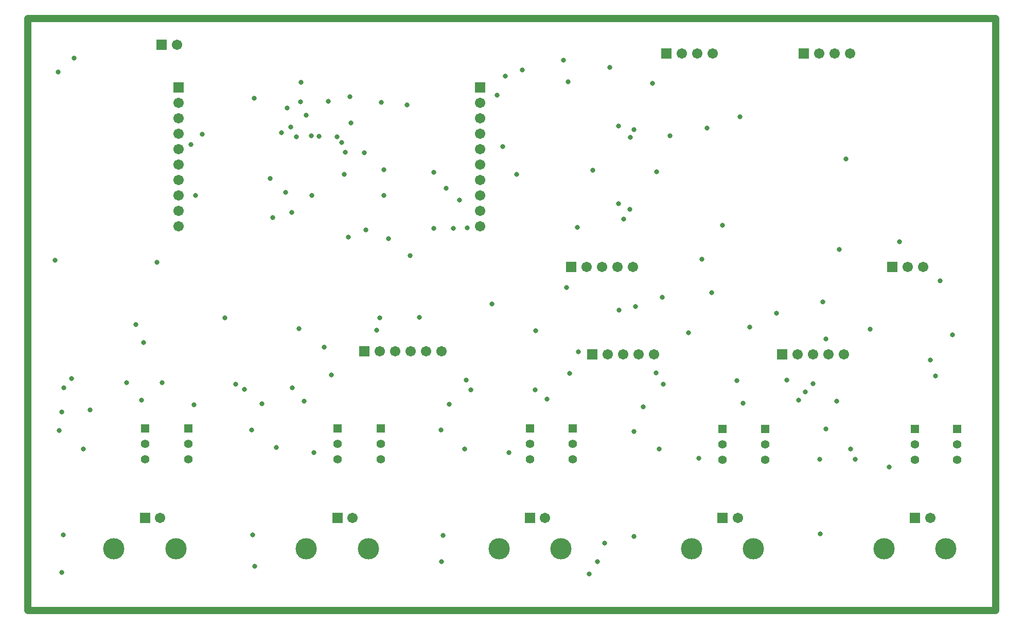
<source format=gbs>
G04 Layer_Color=16711935*
%FSLAX25Y25*%
%MOIN*%
G70*
G01*
G75*
%ADD25C,0.04724*%
%ADD52C,0.06706*%
%ADD53R,0.06706X0.06706*%
%ADD54R,0.06706X0.06706*%
%ADD55C,0.13792*%
%ADD56R,0.05524X0.05524*%
%ADD57C,0.05524*%
%ADD58C,0.03300*%
D25*
X100000Y100000D02*
Y483500D01*
X727000D01*
Y100000D02*
Y483500D01*
X100000Y100000D02*
X727000D01*
D52*
X632500Y461000D02*
D03*
X622500D02*
D03*
X612500D02*
D03*
X680000Y322500D02*
D03*
X670000D02*
D03*
X462000D02*
D03*
X472000D02*
D03*
X482000D02*
D03*
X492000D02*
D03*
X475500Y266000D02*
D03*
X485500D02*
D03*
X495500D02*
D03*
X505500D02*
D03*
X368000Y268000D02*
D03*
X358000D02*
D03*
X348000D02*
D03*
X338000D02*
D03*
X328000D02*
D03*
X598500Y266000D02*
D03*
X608500D02*
D03*
X618500D02*
D03*
X628500D02*
D03*
X523500Y461000D02*
D03*
X533500D02*
D03*
X543500D02*
D03*
X684421Y160079D02*
D03*
X559699D02*
D03*
X434977D02*
D03*
X310255D02*
D03*
X185534D02*
D03*
X393000Y429000D02*
D03*
Y409000D02*
D03*
Y399000D02*
D03*
Y389000D02*
D03*
Y379000D02*
D03*
Y369000D02*
D03*
Y359000D02*
D03*
Y349000D02*
D03*
Y419000D02*
D03*
X197500Y429000D02*
D03*
Y409000D02*
D03*
Y399000D02*
D03*
Y389000D02*
D03*
Y379000D02*
D03*
Y369000D02*
D03*
Y359000D02*
D03*
Y349000D02*
D03*
Y419000D02*
D03*
X196500Y466500D02*
D03*
D53*
X602500Y461000D02*
D03*
X660000Y322500D02*
D03*
X452000D02*
D03*
X465500Y266000D02*
D03*
X318000Y268000D02*
D03*
X588500Y266000D02*
D03*
X513500Y461000D02*
D03*
X186500Y466500D02*
D03*
D54*
X674579Y160079D02*
D03*
X549857D02*
D03*
X425135D02*
D03*
X300413D02*
D03*
X175691D02*
D03*
X393000Y439000D02*
D03*
X197500D02*
D03*
D55*
X694657Y140000D02*
D03*
X654500D02*
D03*
X569936D02*
D03*
X529778D02*
D03*
X445214D02*
D03*
X405056D02*
D03*
X320492D02*
D03*
X280334D02*
D03*
X195770D02*
D03*
X155612D02*
D03*
D56*
X674500Y217500D02*
D03*
X701750D02*
D03*
X550000D02*
D03*
X577500D02*
D03*
X425135Y218000D02*
D03*
X452885D02*
D03*
X300500D02*
D03*
X328500D02*
D03*
X176000D02*
D03*
X203750D02*
D03*
D57*
X674500Y207500D02*
D03*
Y197500D02*
D03*
X701750Y207500D02*
D03*
Y197500D02*
D03*
X550000Y207500D02*
D03*
Y197500D02*
D03*
X577500Y207500D02*
D03*
Y197500D02*
D03*
X425135Y208000D02*
D03*
Y198000D02*
D03*
X452885Y208000D02*
D03*
Y198000D02*
D03*
X300500Y208000D02*
D03*
Y198000D02*
D03*
X328500Y208000D02*
D03*
Y198000D02*
D03*
X176000Y208000D02*
D03*
Y198000D02*
D03*
X203750Y208000D02*
D03*
Y198000D02*
D03*
D58*
X123100Y244100D02*
D03*
X163700Y247500D02*
D03*
X128100Y250300D02*
D03*
X140100Y229800D02*
D03*
X173600Y236300D02*
D03*
X207600Y233200D02*
D03*
X271100Y244100D02*
D03*
X240100Y243400D02*
D03*
X386700Y242900D02*
D03*
X559200Y248900D02*
D03*
X511400Y246600D02*
D03*
X612700Y197800D02*
D03*
X635700D02*
D03*
X264300Y409600D02*
D03*
X276500Y429600D02*
D03*
X267800Y425500D02*
D03*
X276700Y442300D02*
D03*
X280200Y420900D02*
D03*
X561300Y419800D02*
D03*
X428500Y242800D02*
D03*
X383800Y249300D02*
D03*
X591500Y249100D02*
D03*
X599300Y236100D02*
D03*
X563300Y234200D02*
D03*
X498500Y232000D02*
D03*
X436200Y236800D02*
D03*
X372700Y233600D02*
D03*
X279000Y235700D02*
D03*
X428700Y281300D02*
D03*
X645400Y282400D02*
D03*
X687900Y252000D02*
D03*
X657900Y193000D02*
D03*
X275500Y282600D02*
D03*
X169800Y285300D02*
D03*
X449000Y309300D02*
D03*
X285100Y202300D02*
D03*
X411400D02*
D03*
X534400Y198500D02*
D03*
X684500Y262200D02*
D03*
X409200Y446200D02*
D03*
X420200Y450300D02*
D03*
X328900Y429100D02*
D03*
X303200Y403200D02*
D03*
X267000Y371000D02*
D03*
X482500Y414000D02*
D03*
X455900Y348300D02*
D03*
X273800Y407000D02*
D03*
X465700Y385300D02*
D03*
X482600Y363500D02*
D03*
X492500Y411700D02*
D03*
X486000Y353500D02*
D03*
X490000Y360000D02*
D03*
X477000Y452000D02*
D03*
X504500Y441500D02*
D03*
X271000Y358000D02*
D03*
X516000Y407500D02*
D03*
X284000Y369000D02*
D03*
X550000Y349500D02*
D03*
X319000Y346500D02*
D03*
X328000Y289500D02*
D03*
X227500D02*
D03*
X384500Y348000D02*
D03*
X375500Y347500D02*
D03*
X379500Y366000D02*
D03*
X363000Y347500D02*
D03*
X540000Y412500D02*
D03*
X130000Y458000D02*
D03*
X447000Y456500D02*
D03*
X450000Y442500D02*
D03*
X119500Y449000D02*
D03*
X305500Y397000D02*
D03*
X294500Y430000D02*
D03*
X246500Y432000D02*
D03*
X371000Y373500D02*
D03*
X345500Y427500D02*
D03*
X333500Y341000D02*
D03*
X307500Y342000D02*
D03*
X187000Y247500D02*
D03*
X175000Y273500D02*
D03*
X183500Y325500D02*
D03*
X208500Y369000D02*
D03*
X205500Y402000D02*
D03*
X123000Y149000D02*
D03*
X245500D02*
D03*
X261000Y205500D02*
D03*
X245000Y217000D02*
D03*
X369000Y148500D02*
D03*
X383000Y204500D02*
D03*
X367500Y217000D02*
D03*
X509000Y204500D02*
D03*
X492500Y216000D02*
D03*
X633000Y204500D02*
D03*
X136000D02*
D03*
X120047Y216453D02*
D03*
X613047Y149500D02*
D03*
X617000Y217500D02*
D03*
X122000Y228500D02*
D03*
X251500Y234000D02*
D03*
X624000Y235500D02*
D03*
X492500Y148000D02*
D03*
X122000Y124500D02*
D03*
X247000Y128500D02*
D03*
X463500Y123500D02*
D03*
X368000Y131500D02*
D03*
X473500Y143500D02*
D03*
X469000Y131500D02*
D03*
X507000Y254000D02*
D03*
X603500Y241500D02*
D03*
X608500Y247000D02*
D03*
X292000Y270500D02*
D03*
X451000Y253500D02*
D03*
X296500Y252500D02*
D03*
X456500Y267500D02*
D03*
X234406Y246500D02*
D03*
X699000Y278500D02*
D03*
X617000Y276000D02*
D03*
X528000Y280000D02*
D03*
X567500Y283500D02*
D03*
X353500Y290000D02*
D03*
X493500Y297000D02*
D03*
X585000Y292500D02*
D03*
X483000Y294500D02*
D03*
X330500Y385500D02*
D03*
Y369000D02*
D03*
X305000Y382500D02*
D03*
X213000Y408500D02*
D03*
X326000Y281500D02*
D03*
X318000Y396500D02*
D03*
X117500Y327000D02*
D03*
X363000Y384000D02*
D03*
X625500Y334000D02*
D03*
X404000Y434000D02*
D03*
X664500Y339000D02*
D03*
X507272Y384228D02*
D03*
X630000Y392500D02*
D03*
X536500Y327500D02*
D03*
X543000Y306000D02*
D03*
X615000Y300000D02*
D03*
X407500Y400500D02*
D03*
X416500Y382500D02*
D03*
X691000Y313500D02*
D03*
X400500Y298500D02*
D03*
X511000Y303000D02*
D03*
X347500Y330000D02*
D03*
X490100Y406600D02*
D03*
X257000Y379800D02*
D03*
X258500Y354700D02*
D03*
X288500Y407100D02*
D03*
X309200Y415900D02*
D03*
X300200Y406800D02*
D03*
X283500Y407500D02*
D03*
X308600Y432800D02*
D03*
X270300Y413300D02*
D03*
M02*

</source>
